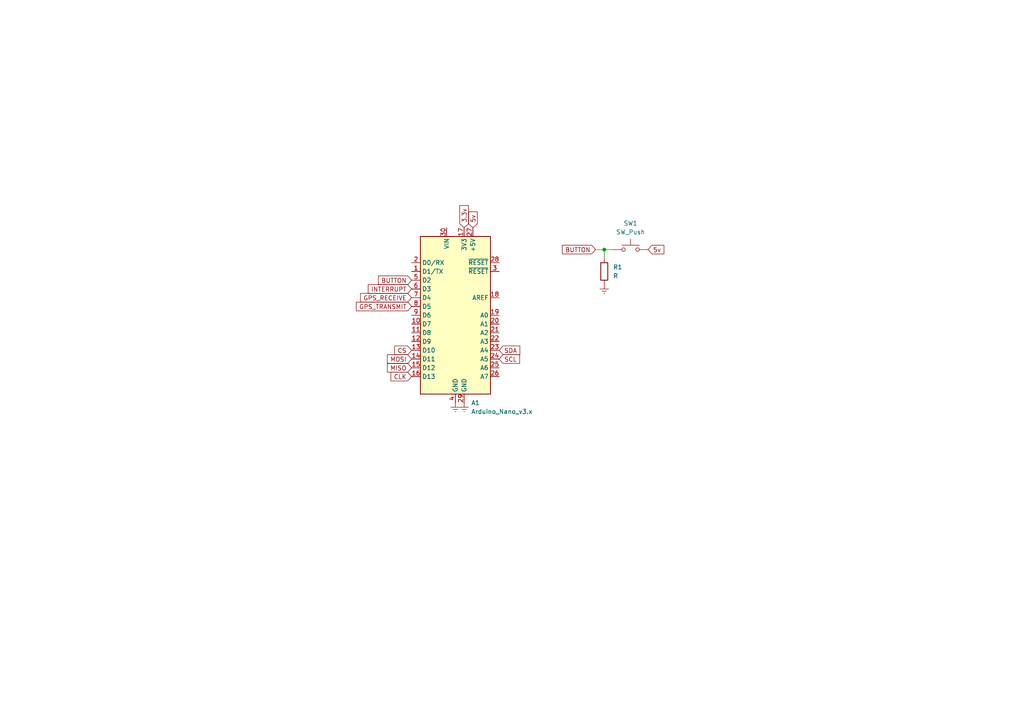
<source format=kicad_sch>
(kicad_sch (version 20211123) (generator eeschema)
  (paper "A4")
  (lib_symbols
    (symbol "Device:R" (pin_numbers hide) (pin_names (offset 0))
      (property "Reference" "R" (at 2.032 0 90))
      (property "Value" "R" (at 0 0 90))
      (symbol "R_0_1"
        (rectangle (start -1.016 -2.54) (end 1.016 2.54) (stroke (width 0.254)))
      )
      (symbol "R_1_1"
        (pin passive line (at 0 3.81 270) (length 1.27) (name "~") (number "1"))
        (pin passive line (at 0 -3.81 90) (length 1.27) (name "~") (number "2"))
      )
    )
    (symbol "MCU_Module:Arduino_Nano_v3.x"
      (property "Reference" "A" (at -10.16 23.495 0))
      (property "Value" "Arduino_Nano_v3.x" (at 5.08 -24.13 0))
      (symbol "Arduino_Nano_v3.x_0_1"
        (rectangle (start -10.16 22.86) (end 10.16 -22.86) (stroke (width 0.254)) (fill (type background)))
      )
      (symbol "Arduino_Nano_v3.x_1_1"
        (pin bidirectional line (at -12.7 12.7 0) (length 2.54) (name "D1/TX") (number "1"))
        (pin bidirectional line (at -12.7 -2.54 0) (length 2.54) (name "D7") (number "10"))
        (pin bidirectional line (at -12.7 -5.08 0) (length 2.54) (name "D8") (number "11"))
        (pin bidirectional line (at -12.7 -7.62 0) (length 2.54) (name "D9") (number "12"))
        (pin bidirectional line (at -12.7 -10.16 0) (length 2.54) (name "D10") (number "13"))
        (pin bidirectional line (at -12.7 -12.7 0) (length 2.54) (name "D11") (number "14"))
        (pin bidirectional line (at -12.7 -15.24 0) (length 2.54) (name "D12") (number "15"))
        (pin bidirectional line (at -12.7 -17.78 0) (length 2.54) (name "D13") (number "16"))
        (pin power_out line (at 2.54 25.4 270) (length 2.54) (name "3V3") (number "17"))
        (pin input line (at 12.7 5.08 180) (length 2.54) (name "AREF") (number "18"))
        (pin bidirectional line (at 12.7 0 180) (length 2.54) (name "A0") (number "19"))
        (pin bidirectional line (at -12.7 15.24 0) (length 2.54) (name "D0/RX") (number "2"))
        (pin bidirectional line (at 12.7 -2.54 180) (length 2.54) (name "A1") (number "20"))
        (pin bidirectional line (at 12.7 -5.08 180) (length 2.54) (name "A2") (number "21"))
        (pin bidirectional line (at 12.7 -7.62 180) (length 2.54) (name "A3") (number "22"))
        (pin bidirectional line (at 12.7 -10.16 180) (length 2.54) (name "A4") (number "23"))
        (pin bidirectional line (at 12.7 -12.7 180) (length 2.54) (name "A5") (number "24"))
        (pin bidirectional line (at 12.7 -15.24 180) (length 2.54) (name "A6") (number "25"))
        (pin bidirectional line (at 12.7 -17.78 180) (length 2.54) (name "A7") (number "26"))
        (pin power_out line (at 5.08 25.4 270) (length 2.54) (name "+5V") (number "27"))
        (pin input line (at 12.7 15.24 180) (length 2.54) (name "~{RESET}") (number "28"))
        (pin power_in line (at 2.54 -25.4 90) (length 2.54) (name "GND") (number "29"))
        (pin input line (at 12.7 12.7 180) (length 2.54) (name "~{RESET}") (number "3"))
        (pin power_in line (at -2.54 25.4 270) (length 2.54) (name "VIN") (number "30"))
        (pin power_in line (at 0 -25.4 90) (length 2.54) (name "GND") (number "4"))
        (pin bidirectional line (at -12.7 10.16 0) (length 2.54) (name "D2") (number "5"))
        (pin bidirectional line (at -12.7 7.62 0) (length 2.54) (name "D3") (number "6"))
        (pin bidirectional line (at -12.7 5.08 0) (length 2.54) (name "D4") (number "7"))
        (pin bidirectional line (at -12.7 2.54 0) (length 2.54) (name "D5") (number "8"))
        (pin bidirectional line (at -12.7 0 0) (length 2.54) (name "D6") (number "9"))
      )
    )
    (symbol "Switch:SW_Push" (pin_numbers hide) (pin_names (offset 1.016) hide)
      (property "Reference" "SW" (at 1.27 2.54 0))
      (property "Value" "SW_Push" (at 0 -1.524 0))
      (symbol "SW_Push_0_1"
        (circle (center -2.032 0) (radius 0.508))
        (polyline (pts (xy 0 1.27) (xy 0 3.048)))
        (polyline (pts (xy 2.54 1.27) (xy -2.54 1.27)))
        (circle (center 2.032 0) (radius 0.508))
        (pin passive line (at -5.08 0 0) (length 2.54) (name "1") (number "1"))
        (pin passive line (at 5.08 0 180) (length 2.54) (name "2") (number "2"))
      )
    )
    (symbol "power:Earth" (power) (pin_names (offset 0))
      (symbol "Earth_0_1"
        (polyline (pts (xy -0.635 -1.905) (xy 0.635 -1.905)))
        (polyline (pts (xy -0.127 -2.54) (xy 0.127 -2.54)))
        (polyline (pts (xy 0 -1.27) (xy 0 0)))
        (polyline (pts (xy 1.27 -1.27) (xy -1.27 -1.27)))
      )
      (symbol "Earth_1_1"
        (pin power_in line (at 0 0 270) (length 0) hide (name "Earth") (number "1"))
      )
    )
  )
  (junction (at 175.26 72.39))
  (wire (pts (xy 175.26 72.39) (xy 175.26 74.93)))
  (wire (pts (xy 175.26 72.39) (xy 177.8 72.39)))
  (wire (pts (xy 172.72 72.39) (xy 175.26 72.39)))
  (global_label "3.3v" (shape input) (at 134.62 66.04 90) (property "Intersheet References" "${INTERSHEET_REFS}" (effects hide)))
  (global_label "5v" (shape input) (at 137.16 66.04 90) (property "Intersheet References" "${INTERSHEET_REFS}" (effects hide)))
  (global_label "CS" (shape input) (at 119.38 101.6 180) (property "Intersheet References" "${INTERSHEET_REFS}" (effects hide)))
  (global_label "GPS_TRANSMIT" (shape input) (at 119.38 88.9 180) (property "Intersheet References" "${INTERSHEET_REFS}" (effects hide)))
  (global_label "CLK" (shape input) (at 119.38 109.22 180) (property "Intersheet References" "${INTERSHEET_REFS}" (effects hide)))
  (global_label "MOSI" (shape input) (at 119.38 104.14 180) (property "Intersheet References" "${INTERSHEET_REFS}" (effects hide)))
  (global_label "GPS_RECEIVE" (shape input) (at 119.38 86.36 180) (property "Intersheet References" "${INTERSHEET_REFS}" (effects hide)))
  (global_label "SCL" (shape input) (at 144.78 104.14 0) (property "Intersheet References" "${INTERSHEET_REFS}" (effects hide)))
  (global_label "SDA" (shape input) (at 144.78 101.6 0) (property "Intersheet References" "${INTERSHEET_REFS}" (effects hide)))
  (global_label "MISO" (shape input) (at 119.38 106.68 180) (property "Intersheet References" "${INTERSHEET_REFS}" (effects hide)))
  (global_label "INTERRUPT" (shape input) (at 119.38 83.82 180) (property "Intersheet References" "${INTERSHEET_REFS}" (effects hide)))
  (global_label "BUTTON" (shape input) (at 119.38 81.28 180) (property "Intersheet References" "${INTERSHEET_REFS}" (effects hide)))
  (global_label "5v" (shape input) (at 187.96 72.39 0) (property "Intersheet References" "${INTERSHEET_REFS}" (effects hide)))
  (global_label "BUTTON" (shape input) (at 172.72 72.39 180) (property "Intersheet References" "${INTERSHEET_REFS}" (effects hide)))
  (symbol (lib_id "power:Earth") (at 132.08 116.84 0) (unit 1)
    (property "Reference" "#PWR01" (effects hide))
    (property "Value" "Earth" (effects hide))
  )
  (symbol (lib_id "power:Earth") (at 175.26 82.55 0) (unit 1)
    (property "Reference" "#PWR03" (effects hide))
    (property "Value" "Earth" (effects hide))
  )
  (symbol (lib_id "Switch:SW_Push") (at 182.88 72.39 0) (unit 1)
    (property "Reference" "SW1" (at 182.88 64.77 0))
    (property "Value" "SW_Push" (at 182.88 67.31 0))
    (property "Footprint" "TestPoint:TestPoint_Bridge_Pitch5.08mm_Drill0.7mm" (effects hide))
  )
  (symbol (lib_id "Device:R") (at 175.26 78.74 180) (unit 1)
    (property "Reference" "R1" (at 177.8 77.4699 0) (effects (justify right)))
    (property "Value" "R" (at 177.8 80.0099 0) (effects (justify right)))
    (property "Footprint" "Resistor_THT:R_Axial_DIN0207_L6.3mm_D2.5mm_P7.62mm_Horizontal" (effects hide))
  )
  (symbol (lib_id "power:Earth") (at 134.62 116.84 0) (unit 1)
    (property "Reference" "#PWR02" (effects hide))
    (property "Value" "Earth" (effects hide))
  )
  (symbol (lib_id "MCU_Module:Arduino_Nano_v3.x") (at 132.08 91.44 0) (unit 1)
    (property "Reference" "A1" (at 136.6394 116.84 0) (effects (justify left)))
    (property "Value" "Arduino_Nano_v3.x" (at 136.6394 119.38 0) (effects (justify left)))
    (property "Footprint" "Module:Arduino_Nano" (effects hide))
    (property "Datasheet" "http://www.mouser.com/pdfdocs/Gravitech_Arduino_Nano3_0.pdf" (effects hide))
  )
)
</source>
